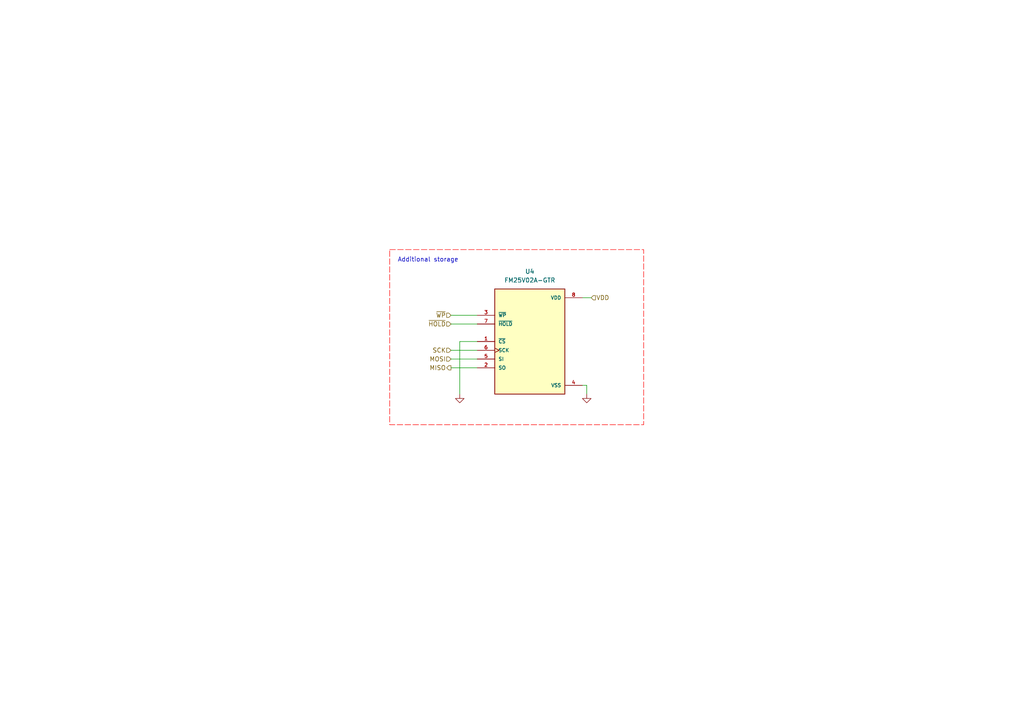
<source format=kicad_sch>
(kicad_sch (version 20250114) (generator "eeschema") (generator_version "9.0")
  (paper "A4")
  (lib_symbols
    (symbol "FM25V02A-GTR:FM25V02A-GTR" (pin_names (offset 1.016))
      (property "Reference" "U" (at -10.16 15.875 0))
      (property "Value" "FM25V02A-GTR" (at -10.16 -17.78 0))
      (symbol "FM25V02A-GTR_0_0"
        (rectangle (start -10.16 -15.24) (end 10.16 15.24) (stroke (width 0.254)) (fill (type background)))
        (pin input line (at -15.24 7.62 0) (length 5.08) (name "~{WP}") (number "3"))
        (pin input line (at -15.24 5.08 0) (length 5.08) (name "~{HOLD}") (number "7"))
        (pin input line (at -15.24 0 0) (length 5.08) (name "~{CS}") (number "1"))
        (pin input clock (at -15.24 -2.54 0) (length 5.08) (name "SCK") (number "6"))
        (pin input line (at -15.24 -5.08 0) (length 5.08) (name "SI") (number "5"))
        (pin output line (at -15.24 -7.62 0) (length 5.08) (name "SO") (number "2"))
        (pin power_in line (at 15.24 12.7 180) (length 5.08) (name "VDD") (number "8"))
        (pin power_in line (at 15.24 -12.7 180) (length 5.08) (name "VSS") (number "4"))
      )
    )
    (symbol "power:GND" (power) (pin_numbers (hide yes)) (pin_names (offset 0) (hide yes))
      (property "Value" "GND" (at 0 -3.81 0))
      (symbol "GND_0_1"
        (polyline (pts (xy 0 0) (xy 0 -1.27) (xy 1.27 -1.27) (xy 0 -2.54) (xy -1.27 -1.27) (xy 0 -1.27)))
      )
      (symbol "GND_1_1"
        (pin power_in line (at 0 0 270) (length 0) (name "~") (number "1"))
      )
    )
  )
  (text "Additional storage" (at 115.316 75.438 0) (effects (font (size 1.27 1.27)) (justify left)))
  (wire (pts (xy 170.18 111.76) (xy 168.91 111.76)))
  (wire (pts (xy 138.43 101.6) (xy 130.81 101.6)))
  (wire (pts (xy 168.91 86.36) (xy 171.45 86.36)))
  (wire (pts (xy 138.43 91.44) (xy 130.81 91.44)))
  (wire (pts (xy 138.43 99.06) (xy 133.35 99.06)))
  (wire (pts (xy 133.35 99.06) (xy 133.35 114.3)))
  (wire (pts (xy 138.43 106.68) (xy 130.81 106.68)))
  (wire (pts (xy 138.43 104.14) (xy 130.81 104.14)))
  (wire (pts (xy 138.43 93.98) (xy 130.81 93.98)))
  (wire (pts (xy 170.18 114.3) (xy 170.18 111.76)))
  (hierarchical_label "~{WP}" (shape input) (at 130.81 91.44 180))
  (hierarchical_label "MOSI" (shape input) (at 130.81 104.14 180))
  (hierarchical_label "VDD" (shape input) (at 171.45 86.36 0))
  (hierarchical_label "SCK" (shape input) (at 130.81 101.6 180))
  (hierarchical_label "MISO" (shape output) (at 130.81 106.68 180))
  (hierarchical_label "~{HOLD}" (shape input) (at 130.81 93.98 180))
  (rule_area (polyline (pts (xy 113.03 72.39) (xy 186.69 72.39) (xy 186.69 123.19) (xy 113.03 123.19)) (stroke (width 0) (type dash))))
  (symbol (lib_id "FM25V02A-GTR:FM25V02A-GTR") (at 153.67 99.06 0) (unit 1)
    (property "Reference" "U4" (at 153.67 78.74 0))
    (property "Value" "FM25V02A-GTR" (at 153.67 81.28 0))
    (property "Footprint" "FM25V02A-GTR:SOIC127P602X172-8N" (effects (hide yes)))
    (property "MF" "Cypress Semiconductor" (effects (hide yes)))
    (property "Description_1" "FRAM (Ferroelectric RAM) Memory IC 256Kb (32K x 8) SPI 40 MHz 8-SOIC" (effects (hide yes)))
    (property "Package" "SOIC-8 Cypress Semiconductor" (effects (hide yes)))
    (property "Price" "None" (effects (hide yes)))
    (property "SnapEDA_Link" "https://www.snapeda.com/parts/FM25V02A-GTR/Infineon/view-part/?ref=snap" (effects (hide yes)))
    (property "MP" "FM25V02A-GTR" (effects (hide yes)))
    (property "Availability" "In Stock" (effects (hide yes)))
    (property "Check_prices" "https://www.snapeda.com/parts/FM25V02A-GTR/Infineon/view-part/?ref=eda" (effects (hide yes)))
  )
  (symbol (lib_id "power:GND") (at 170.18 114.3 0) (mirror y) (unit 1)
    (property "Reference" "#PWR042" (effects (hide yes)))
    (property "Value" "GND" (effects (hide yes)))
    (property "Description" "Power symbol creates a global label with name \"GND\" , ground" (effects (hide yes)))
  )
  (symbol (lib_id "power:GND") (at 133.35 114.3 0) (mirror y) (unit 1)
    (property "Reference" "#PWR041" (effects (hide yes)))
    (property "Value" "GND" (effects (hide yes)))
    (property "Description" "Power symbol creates a global label with name \"GND\" , ground" (effects (hide yes)))
  )
)
</source>
